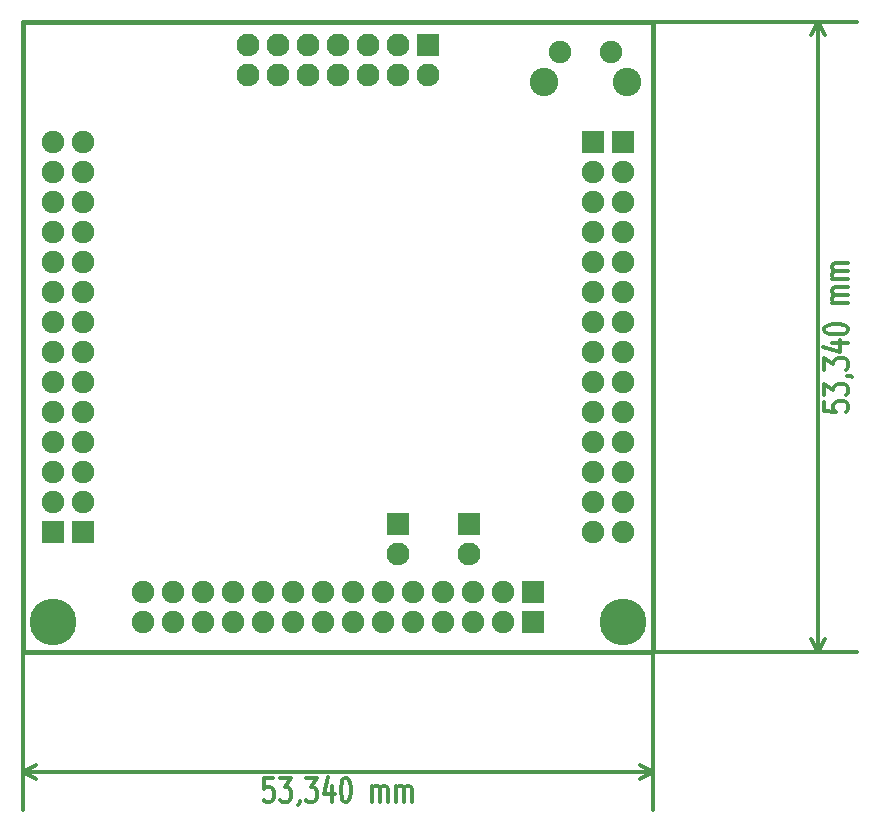
<source format=gbs>
G04 (created by PCBNEW (2013-mar-13)-testing) date Fri 28 Jun 2013 12:11:23 PM CEST*
%MOIN*%
G04 Gerber Fmt 3.4, Leading zero omitted, Abs format*
%FSLAX34Y34*%
G01*
G70*
G90*
G04 APERTURE LIST*
%ADD10C,0.005906*%
%ADD11C,0.015000*%
%ADD12C,0.012000*%
%ADD13C,0.156000*%
%ADD14R,0.076000X0.076000*%
%ADD15C,0.076000*%
%ADD16C,0.075100*%
%ADD17C,0.094700*%
%ADD18R,0.075100X0.075100*%
G04 APERTURE END LIST*
G54D10*
G54D11*
X32500Y-49500D02*
X32500Y-28500D01*
X11500Y-49500D02*
X32500Y-49500D01*
X11500Y-28500D02*
X11500Y-49500D01*
X32500Y-28500D02*
X11500Y-28500D01*
G54D12*
X19828Y-53700D02*
X19542Y-53700D01*
X19514Y-54081D01*
X19542Y-54043D01*
X19599Y-54005D01*
X19742Y-54005D01*
X19799Y-54043D01*
X19828Y-54081D01*
X19857Y-54158D01*
X19857Y-54348D01*
X19828Y-54424D01*
X19799Y-54462D01*
X19742Y-54500D01*
X19599Y-54500D01*
X19542Y-54462D01*
X19514Y-54424D01*
X20057Y-53700D02*
X20428Y-53700D01*
X20228Y-54005D01*
X20314Y-54005D01*
X20371Y-54043D01*
X20399Y-54081D01*
X20428Y-54158D01*
X20428Y-54348D01*
X20399Y-54424D01*
X20371Y-54462D01*
X20314Y-54500D01*
X20142Y-54500D01*
X20085Y-54462D01*
X20057Y-54424D01*
X20714Y-54462D02*
X20714Y-54500D01*
X20685Y-54577D01*
X20657Y-54615D01*
X20914Y-53700D02*
X21285Y-53700D01*
X21085Y-54005D01*
X21171Y-54005D01*
X21228Y-54043D01*
X21257Y-54081D01*
X21285Y-54158D01*
X21285Y-54348D01*
X21257Y-54424D01*
X21228Y-54462D01*
X21171Y-54500D01*
X21000Y-54500D01*
X20942Y-54462D01*
X20914Y-54424D01*
X21800Y-53967D02*
X21800Y-54500D01*
X21657Y-53662D02*
X21514Y-54234D01*
X21885Y-54234D01*
X22228Y-53700D02*
X22285Y-53700D01*
X22342Y-53739D01*
X22371Y-53777D01*
X22400Y-53853D01*
X22428Y-54005D01*
X22428Y-54196D01*
X22400Y-54348D01*
X22371Y-54424D01*
X22342Y-54462D01*
X22285Y-54500D01*
X22228Y-54500D01*
X22171Y-54462D01*
X22142Y-54424D01*
X22114Y-54348D01*
X22085Y-54196D01*
X22085Y-54005D01*
X22114Y-53853D01*
X22142Y-53777D01*
X22171Y-53739D01*
X22228Y-53700D01*
X23142Y-54500D02*
X23142Y-53967D01*
X23142Y-54043D02*
X23171Y-54005D01*
X23228Y-53967D01*
X23314Y-53967D01*
X23371Y-54005D01*
X23400Y-54081D01*
X23400Y-54500D01*
X23400Y-54081D02*
X23428Y-54005D01*
X23485Y-53967D01*
X23571Y-53967D01*
X23628Y-54005D01*
X23657Y-54081D01*
X23657Y-54500D01*
X23942Y-54500D02*
X23942Y-53967D01*
X23942Y-54043D02*
X23971Y-54005D01*
X24028Y-53967D01*
X24114Y-53967D01*
X24171Y-54005D01*
X24200Y-54081D01*
X24200Y-54500D01*
X24200Y-54081D02*
X24228Y-54005D01*
X24285Y-53967D01*
X24371Y-53967D01*
X24428Y-54005D01*
X24457Y-54081D01*
X24457Y-54500D01*
X11500Y-53499D02*
X32500Y-53499D01*
X11500Y-49500D02*
X11500Y-54779D01*
X32500Y-49500D02*
X32500Y-54779D01*
X32500Y-53499D02*
X32057Y-53729D01*
X32500Y-53499D02*
X32057Y-53269D01*
X11500Y-53499D02*
X11943Y-53729D01*
X11500Y-53499D02*
X11943Y-53269D01*
X38201Y-41171D02*
X38201Y-41457D01*
X38582Y-41485D01*
X38544Y-41457D01*
X38506Y-41400D01*
X38506Y-41257D01*
X38544Y-41200D01*
X38582Y-41171D01*
X38659Y-41142D01*
X38849Y-41142D01*
X38925Y-41171D01*
X38963Y-41200D01*
X39001Y-41257D01*
X39001Y-41400D01*
X38963Y-41457D01*
X38925Y-41485D01*
X38201Y-40942D02*
X38201Y-40571D01*
X38506Y-40771D01*
X38506Y-40685D01*
X38544Y-40628D01*
X38582Y-40600D01*
X38659Y-40571D01*
X38849Y-40571D01*
X38925Y-40600D01*
X38963Y-40628D01*
X39001Y-40685D01*
X39001Y-40857D01*
X38963Y-40914D01*
X38925Y-40942D01*
X38963Y-40285D02*
X39001Y-40285D01*
X39078Y-40314D01*
X39116Y-40342D01*
X38201Y-40085D02*
X38201Y-39714D01*
X38506Y-39914D01*
X38506Y-39828D01*
X38544Y-39771D01*
X38582Y-39742D01*
X38659Y-39714D01*
X38849Y-39714D01*
X38925Y-39742D01*
X38963Y-39771D01*
X39001Y-39828D01*
X39001Y-40000D01*
X38963Y-40057D01*
X38925Y-40085D01*
X38468Y-39200D02*
X39001Y-39200D01*
X38163Y-39342D02*
X38735Y-39485D01*
X38735Y-39114D01*
X38201Y-38771D02*
X38201Y-38714D01*
X38240Y-38657D01*
X38278Y-38628D01*
X38354Y-38600D01*
X38506Y-38571D01*
X38697Y-38571D01*
X38849Y-38600D01*
X38925Y-38628D01*
X38963Y-38657D01*
X39001Y-38714D01*
X39001Y-38771D01*
X38963Y-38828D01*
X38925Y-38857D01*
X38849Y-38885D01*
X38697Y-38914D01*
X38506Y-38914D01*
X38354Y-38885D01*
X38278Y-38857D01*
X38240Y-38828D01*
X38201Y-38771D01*
X39001Y-37857D02*
X38468Y-37857D01*
X38544Y-37857D02*
X38506Y-37828D01*
X38468Y-37771D01*
X38468Y-37685D01*
X38506Y-37628D01*
X38582Y-37599D01*
X39001Y-37599D01*
X38582Y-37599D02*
X38506Y-37571D01*
X38468Y-37514D01*
X38468Y-37428D01*
X38506Y-37371D01*
X38582Y-37342D01*
X39001Y-37342D01*
X39001Y-37057D02*
X38468Y-37057D01*
X38544Y-37057D02*
X38506Y-37028D01*
X38468Y-36971D01*
X38468Y-36885D01*
X38506Y-36828D01*
X38582Y-36799D01*
X39001Y-36799D01*
X38582Y-36799D02*
X38506Y-36771D01*
X38468Y-36714D01*
X38468Y-36628D01*
X38506Y-36571D01*
X38582Y-36542D01*
X39001Y-36542D01*
X38000Y-49500D02*
X38000Y-28500D01*
X32500Y-49500D02*
X39280Y-49500D01*
X32500Y-28500D02*
X39280Y-28500D01*
X38000Y-28500D02*
X38230Y-28943D01*
X38000Y-28500D02*
X37770Y-28943D01*
X38000Y-49500D02*
X38230Y-49057D01*
X38000Y-49500D02*
X37770Y-49057D01*
G54D13*
X12500Y-48500D03*
G54D14*
X26358Y-45221D03*
G54D15*
X26358Y-46221D03*
G54D14*
X23996Y-45221D03*
G54D15*
X23996Y-46221D03*
G54D13*
X31500Y-48500D03*
G54D16*
X31096Y-29500D03*
X29404Y-29500D03*
G54D17*
X31628Y-30484D03*
X28872Y-30484D03*
G54D16*
X13500Y-32500D03*
X13500Y-33500D03*
X13500Y-34500D03*
X13500Y-35500D03*
X13500Y-36500D03*
X13500Y-37500D03*
X13500Y-38500D03*
X13500Y-39500D03*
X13500Y-40500D03*
X13500Y-41500D03*
X13500Y-42500D03*
X13500Y-43500D03*
X13500Y-44500D03*
G54D18*
X13500Y-45500D03*
X12500Y-45500D03*
G54D16*
X12500Y-44500D03*
X12500Y-43500D03*
X12500Y-42500D03*
X12500Y-41500D03*
X12500Y-40500D03*
X12500Y-39500D03*
X12500Y-38500D03*
X12500Y-37500D03*
X12500Y-36500D03*
X12500Y-35500D03*
X12500Y-34500D03*
X12500Y-33500D03*
X12500Y-32500D03*
X15500Y-47500D03*
X16500Y-47500D03*
X17500Y-47500D03*
X18500Y-47500D03*
X19500Y-47500D03*
X20500Y-47500D03*
X21500Y-47500D03*
X22500Y-47500D03*
X23500Y-47500D03*
X24500Y-47500D03*
X25500Y-47500D03*
X26500Y-47500D03*
X27500Y-47500D03*
G54D18*
X28500Y-47500D03*
X28500Y-48500D03*
G54D16*
X27500Y-48500D03*
X26500Y-48500D03*
X25500Y-48500D03*
X24500Y-48500D03*
X23500Y-48500D03*
X22500Y-48500D03*
X21500Y-48500D03*
X20500Y-48500D03*
X19500Y-48500D03*
X18500Y-48500D03*
X17500Y-48500D03*
X16500Y-48500D03*
X15500Y-48500D03*
X30500Y-45500D03*
X30500Y-44500D03*
X30500Y-43500D03*
X30500Y-42500D03*
X30500Y-41500D03*
X30500Y-40500D03*
X30500Y-39500D03*
X30500Y-38500D03*
X30500Y-37500D03*
X30500Y-36500D03*
X30500Y-35500D03*
X30500Y-34500D03*
X30500Y-33500D03*
G54D18*
X30500Y-32500D03*
X31500Y-32500D03*
G54D16*
X31500Y-33500D03*
X31500Y-34500D03*
X31500Y-35500D03*
X31500Y-36500D03*
X31500Y-37500D03*
X31500Y-38500D03*
X31500Y-39500D03*
X31500Y-40500D03*
X31500Y-41500D03*
X31500Y-42500D03*
X31500Y-43500D03*
X31500Y-44500D03*
X31500Y-45500D03*
G54D14*
X25000Y-29250D03*
G54D15*
X25000Y-30250D03*
X24000Y-29250D03*
X24000Y-30250D03*
X23000Y-29250D03*
X23000Y-30250D03*
X22000Y-29250D03*
X22000Y-30250D03*
X21000Y-29250D03*
X21000Y-30250D03*
X20000Y-29250D03*
X20000Y-30250D03*
X19000Y-29250D03*
X19000Y-30250D03*
M02*

</source>
